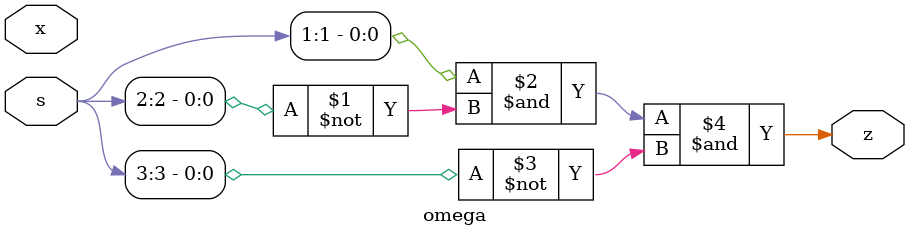
<source format=v>
module omega(output z, input [1:3]s, input [1:2]x);
  // z = 1 solo se ci troviamo nello stato 5 (100)
  assign
    z = s[1]& ~s[2] &~s[3];
   

endmodule

</source>
